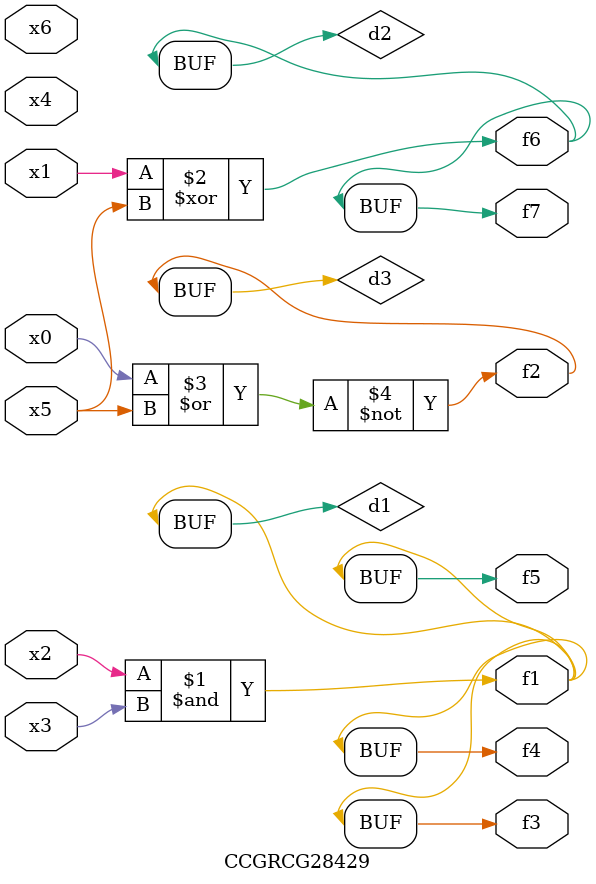
<source format=v>
module CCGRCG28429(
	input x0, x1, x2, x3, x4, x5, x6,
	output f1, f2, f3, f4, f5, f6, f7
);

	wire d1, d2, d3;

	and (d1, x2, x3);
	xor (d2, x1, x5);
	nor (d3, x0, x5);
	assign f1 = d1;
	assign f2 = d3;
	assign f3 = d1;
	assign f4 = d1;
	assign f5 = d1;
	assign f6 = d2;
	assign f7 = d2;
endmodule

</source>
